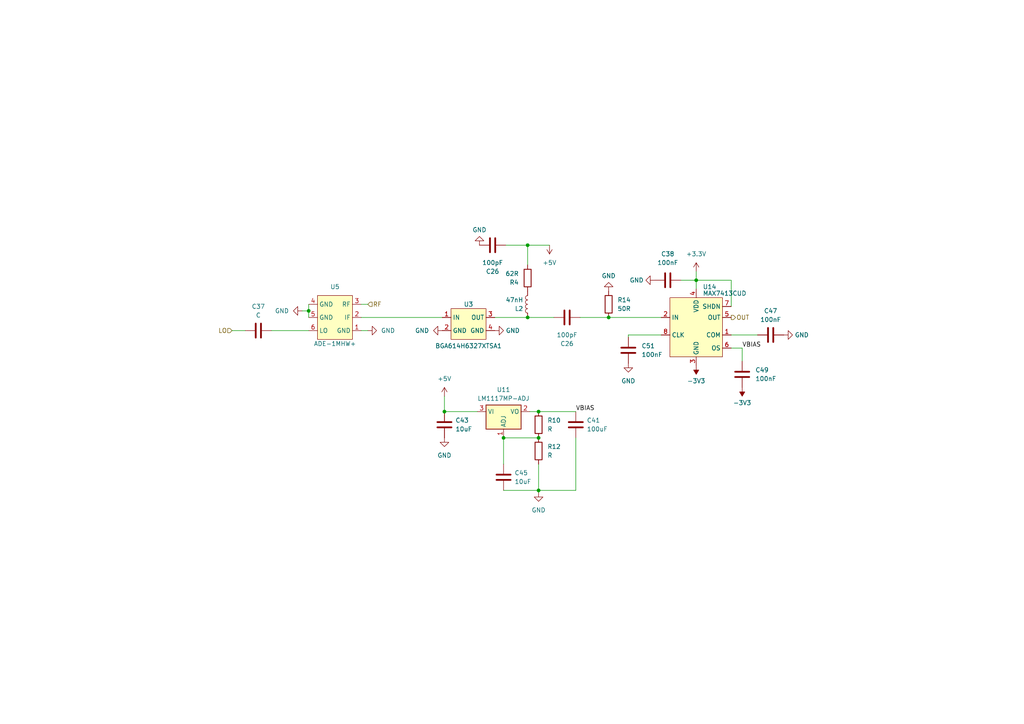
<source format=kicad_sch>
(kicad_sch (version 20230121) (generator eeschema)
  (paper "A4")
  (lib_symbols
    (symbol "ADE-1MHW+:ADE-1MHW+"
      (property "Reference" "U" (at 0 10.16 0))
      (property "Value" "ADE-1MHW+" (at 0 7.62 0))
      (symbol "ADE-1MHW+_1_1"
        (rectangle (start -5.08 6.35) (end 5.08 -6.35) (fill (type background)))
        (pin power_in line (at -7.62 3.81 0) (length 2.54) (name "GND") (number "1"))
        (pin input line (at -7.62 0 0) (length 2.54) (name "IF") (number "2"))
        (pin input line (at -7.62 -3.81 0) (length 2.54) (name "RF") (number "3"))
        (pin power_in line (at 7.62 -3.81 180) (length 2.54) (name "GND") (number "4"))
        (pin power_in line (at 7.62 0 180) (length 2.54) (name "GND") (number "5"))
        (pin input line (at 7.62 3.81 180) (length 2.54) (name "LO") (number "6"))
      )
    )
    (symbol "BGA614H6327XTSA1:BGA614H6327XTSA1"
      (property "Reference" "U" (at 0 7.62 0))
      (property "Value" "BGA614H6327XTSA1" (at 0 5.08 0))
      (symbol "BGA614H6327XTSA1_1_1"
        (rectangle (start -5.08 3.81) (end 5.08 -5.08) (fill (type background)))
        (pin input line (at -7.62 1.27 0) (length 2.54) (name "IN") (number "1"))
        (pin power_in line (at -7.62 -2.54 0) (length 2.54) (name "GND") (number "2"))
        (pin output line (at 7.62 1.27 180) (length 2.54) (name "OUT") (number "3"))
        (pin power_in line (at 7.62 -2.54 180) (length 2.54) (name "GND") (number "4"))
      )
    )
    (symbol "Device:C" (pin_numbers hide) (pin_names (offset 0.254))
      (property "Reference" "C" (at 0.635 2.54 0))
      (property "Value" "C" (at 0.635 -2.54 0))
      (symbol "C_0_1"
        (polyline (pts (xy -2.032 -0.762) (xy 2.032 -0.762)) (stroke (width 0.508)))
        (polyline (pts (xy -2.032 0.762) (xy 2.032 0.762)) (stroke (width 0.508)))
      )
      (symbol "C_1_1"
        (pin passive line (at 0 3.81 270) (length 2.794) (name "~") (number "1"))
        (pin passive line (at 0 -3.81 90) (length 2.794) (name "~") (number "2"))
      )
    )
    (symbol "Device:L" (pin_numbers hide) (pin_names (offset 1.016) hide)
      (property "Reference" "L" (at -1.27 0 90))
      (property "Value" "L" (at 1.905 0 90))
      (symbol "L_0_1"
        (arc (start 0 -2.54) (mid 0.6323 -1.905) (end 0 -1.27))
        (arc (start 0 -1.27) (mid 0.6323 -0.635) (end 0 0))
        (arc (start 0 0) (mid 0.6323 0.635) (end 0 1.27))
        (arc (start 0 1.27) (mid 0.6323 1.905) (end 0 2.54))
      )
      (symbol "L_1_1"
        (pin passive line (at 0 3.81 270) (length 1.27) (name "1") (number "1"))
        (pin passive line (at 0 -3.81 90) (length 1.27) (name "2") (number "2"))
      )
    )
    (symbol "Device:R" (pin_numbers hide) (pin_names (offset 0))
      (property "Reference" "R" (at 2.032 0 90))
      (property "Value" "R" (at 0 0 90))
      (symbol "R_0_1"
        (rectangle (start -1.016 -2.54) (end 1.016 2.54) (stroke (width 0.254)))
      )
      (symbol "R_1_1"
        (pin passive line (at 0 3.81 270) (length 1.27) (name "~") (number "1"))
        (pin passive line (at 0 -3.81 90) (length 1.27) (name "~") (number "2"))
      )
    )
    (symbol "MAX7413:MAX7413CUA+-ND"
      (property "Reference" "U" (at -7.62 11.43 0))
      (property "Value" "MAX7413CUD" (at -8.255 9.525 0))
      (symbol "MAX7413CUA+-ND_1_1"
        (rectangle (start -7.62 8.255) (end 7.62 -8.89) (fill (type background)))
        (pin passive line (at 10.16 -2.54 180) (length 2.54) (name "COM") (number "1"))
        (pin input line (at -10.16 2.54 0) (length 2.54) (name "IN") (number "2"))
        (pin power_in line (at 0 -11.43 90) (length 2.54) (name "GND") (number "3"))
        (pin power_in line (at 0 10.795 270) (length 2.54) (name "VDD") (number "4"))
        (pin output line (at 10.16 2.54 180) (length 2.54) (name "OUT") (number "5"))
        (pin passive line (at 10.16 -6.35 180) (length 2.54) (name "OS") (number "6"))
        (pin power_in line (at 10.16 5.715 180) (length 2.54) (name "SHDN") (number "7"))
        (pin input line (at -10.16 -2.54 0) (length 2.54) (name "CLK") (number "8"))
      )
    )
    (symbol "Regulator_Linear:LM1117MP-ADJ"
      (property "Reference" "U" (at -3.81 3.175 0))
      (property "Value" "LM1117MP-ADJ" (at 0 3.175 0))
      (symbol "LM1117MP-ADJ_0_1"
        (rectangle (start -5.08 -5.08) (end 5.08 1.905) (stroke (width 0.254)) (fill (type background)))
      )
      (symbol "LM1117MP-ADJ_1_1"
        (pin input line (at 0 -7.62 90) (length 2.54) (name "ADJ") (number "1"))
        (pin power_out line (at 7.62 0 180) (length 2.54) (name "VO") (number "2"))
        (pin power_in line (at -7.62 0 0) (length 2.54) (name "VI") (number "3"))
      )
    )
    (symbol "power:+3.3V" (power) (pin_names (offset 0))
      (property "Value" "+3.3V" (at 0 3.556 0))
      (symbol "+3.3V_0_1"
        (polyline (pts (xy -0.762 1.27) (xy 0 2.54)))
        (polyline (pts (xy 0 0) (xy 0 2.54)))
        (polyline (pts (xy 0 2.54) (xy 0.762 1.27)))
      )
      (symbol "+3.3V_1_1"
        (pin power_in line (at 0 0 90) (length 0) hide (name "+3.3V") (number "1"))
      )
    )
    (symbol "power:+5V" (power) (pin_names (offset 0))
      (property "Value" "+5V" (at 0 3.556 0))
      (symbol "+5V_0_1"
        (polyline (pts (xy -0.762 1.27) (xy 0 2.54)))
        (polyline (pts (xy 0 0) (xy 0 2.54)))
        (polyline (pts (xy 0 2.54) (xy 0.762 1.27)))
      )
      (symbol "+5V_1_1"
        (pin power_in line (at 0 0 90) (length 0) hide (name "+5V") (number "1"))
      )
    )
    (symbol "power:-3V3" (power) (pin_names (offset 0))
      (property "Value" "-3V3" (at 0 3.81 0))
      (symbol "-3V3_0_0"
        (pin power_in line (at 0 0 90) (length 0) hide (name "-3V3") (number "1"))
      )
      (symbol "-3V3_0_1"
        (polyline (pts (xy 0 0) (xy 0 1.27) (xy 0.762 1.27) (xy 0 2.54) (xy -0.762 1.27) (xy 0 1.27)) (fill (type outline)))
      )
    )
    (symbol "power:GND" (power) (pin_names (offset 0))
      (property "Value" "GND" (at 0 -3.81 0))
      (symbol "GND_0_1"
        (polyline (pts (xy 0 0) (xy 0 -1.27) (xy 1.27 -1.27) (xy 0 -2.54) (xy -1.27 -1.27) (xy 0 -1.27)))
      )
      (symbol "GND_1_1"
        (pin power_in line (at 0 0 270) (length 0) hide (name "GND") (number "1"))
      )
    )
  )
  (junction (at 156.21 119.38))
  (junction (at 153.035 71.12))
  (junction (at 89.535 90.17))
  (junction (at 128.905 119.38))
  (junction (at 156.21 127))
  (junction (at 146.05 127))
  (junction (at 156.21 142.24))
  (junction (at 201.93 81.28))
  (junction (at 176.53 92.075))
  (junction (at 153.035 92.075))
  (wire (pts (xy 153.035 71.12) (xy 146.685 71.12)))
  (wire (pts (xy 153.035 92.075) (xy 160.655 92.075)))
  (wire (pts (xy 104.775 95.885) (xy 106.68 95.885)))
  (wire (pts (xy 67.31 95.885) (xy 71.12 95.885)))
  (wire (pts (xy 212.09 97.155) (xy 219.71 97.155)))
  (wire (pts (xy 146.05 127) (xy 156.21 127)))
  (wire (pts (xy 146.05 127) (xy 146.05 134.62)))
  (wire (pts (xy 191.77 97.155) (xy 182.245 97.155)))
  (wire (pts (xy 153.67 119.38) (xy 156.21 119.38)))
  (wire (pts (xy 212.09 88.9) (xy 212.09 81.28)))
  (wire (pts (xy 128.905 119.38) (xy 138.43 119.38)))
  (wire (pts (xy 153.035 76.835) (xy 153.035 71.12)))
  (wire (pts (xy 201.93 78.74) (xy 201.93 81.28)))
  (wire (pts (xy 156.21 142.24) (xy 156.21 142.875)))
  (wire (pts (xy 212.09 81.28) (xy 201.93 81.28)))
  (wire (pts (xy 159.385 71.12) (xy 153.035 71.12)))
  (wire (pts (xy 78.74 95.885) (xy 89.535 95.885)))
  (wire (pts (xy 156.21 119.38) (xy 167.005 119.38)))
  (wire (pts (xy 182.245 97.155) (xy 182.245 97.79)))
  (wire (pts (xy 146.05 142.24) (xy 156.21 142.24)))
  (wire (pts (xy 156.21 134.62) (xy 156.21 142.24)))
  (wire (pts (xy 215.265 100.965) (xy 215.265 104.775)))
  (wire (pts (xy 212.09 100.965) (xy 215.265 100.965)))
  (wire (pts (xy 128.905 114.935) (xy 128.905 119.38)))
  (wire (pts (xy 89.535 90.17) (xy 89.535 92.075)))
  (wire (pts (xy 89.535 88.265) (xy 89.535 90.17)))
  (wire (pts (xy 201.93 81.28) (xy 201.93 83.82)))
  (wire (pts (xy 176.53 92.075) (xy 191.77 92.075)))
  (wire (pts (xy 104.775 88.265) (xy 106.68 88.265)))
  (wire (pts (xy 104.775 92.075) (xy 128.27 92.075)))
  (wire (pts (xy 167.005 142.24) (xy 156.21 142.24)))
  (wire (pts (xy 168.275 92.075) (xy 176.53 92.075)))
  (wire (pts (xy 87.63 90.17) (xy 89.535 90.17)))
  (wire (pts (xy 153.035 92.075) (xy 143.51 92.075)))
  (wire (pts (xy 167.005 127) (xy 167.005 142.24)))
  (wire (pts (xy 197.485 81.28) (xy 201.93 81.28)))
  (label "VBIAS" (at 167.005 119.38 0))
  (label "VBIAS" (at 215.265 100.965 0))
  (hierarchical_label "RF" (shape input) (at 106.68 88.265 0))
  (hierarchical_label "OUT" (shape output) (at 212.09 92.075 0))
  (hierarchical_label "LO" (shape input) (at 67.31 95.885 180))
  (symbol (lib_id "Device:C") (at 142.875 71.12 270) (unit 1)
    (property "Reference" "C26" (at 142.875 78.74 90))
    (property "Value" "100pF" (at 142.875 76.2 90))
    (instances (project "analog_frontend" (path "" (reference "C26") (unit 1)) (path "" (reference "C30") (unit 1)) (path "" (reference "C40") (unit 1))))
  )
  (symbol (lib_id "MAX7413:MAX7413CUA+-ND") (at 201.93 94.615 0) (unit 1)
    (property "Reference" "U14" (at 203.835 83.185 0) (effects (justify left)))
    (property "Value" "MAX7413CUD" (at 203.835 85.09 0) (effects (justify left)))
    (instances (project "analog_frontend" (path "" (reference "U14") (unit 1)) (path "" (reference "U15") (unit 1))))
  )
  (symbol (lib_id "Device:C") (at 128.905 123.19 0) (unit 1)
    (property "Reference" "C43" (at 132.08 121.92 0) (effects (justify left)))
    (property "Value" "10uF" (at 132.08 124.46 0) (effects (justify left)))
    (instances (project "analog_frontend" (path "" (reference "C43") (unit 1)) (path "" (reference "C42") (unit 1))))
  )
  (symbol (lib_id "power:+5V") (at 128.905 114.935 0) (unit 1)
    (property "Reference" "#PWR028" (effects hide))
    (property "Value" "+5V" (at 128.905 109.855 0))
    (instances (project "analog_frontend" (path "" (reference "#PWR028") (unit 1)) (path "" (reference "#PWR041") (unit 1)) (path "" (reference "#PWR071") (unit 1)) (path "" (reference "#PWR072") (unit 1))))
  )
  (symbol (lib_id "power:+5V") (at 159.385 71.12 180) (unit 1)
    (property "Reference" "#PWR028" (effects hide))
    (property "Value" "+5V" (at 159.385 76.2 0))
    (instances (project "analog_frontend" (path "" (reference "#PWR028") (unit 1)) (path "" (reference "#PWR041") (unit 1)) (path "" (reference "#PWR045") (unit 1)) (path "" (reference "#PWR055") (unit 1))))
  )
  (symbol (lib_id "Device:C") (at 74.93 95.885 90) (unit 1)
    (property "Reference" "C37" (at 74.93 88.9 90))
    (property "Value" "C" (at 74.93 91.44 90))
    (instances (project "analog_frontend" (path "" (reference "C37") (unit 1)) (path "" (reference "C36") (unit 1))))
  )
  (symbol (lib_id "power:GND") (at 227.33 97.155 90) (unit 1)
    (property "Reference" "#PWR05" (effects hide))
    (property "Value" "GND" (at 230.505 97.155 90) (effects (justify right)))
    (instances (project "analog_frontend" (path "" (reference "#PWR05") (unit 1)) (path "" (reference "#PWR048") (unit 1)) (path "" (reference "#PWR056") (unit 1)) (path "" (reference "#PWR048") (unit 1))))
  )
  (symbol (lib_id "power:GND") (at 139.065 71.12 180) (unit 1)
    (property "Reference" "#PWR011" (effects hide))
    (property "Value" "GND" (at 139.065 66.675 0))
    (instances (project "analog_frontend" (path "" (reference "#PWR011") (unit 1)) (path "" (reference "#PWR043") (unit 1)) (path "" (reference "#PWR050") (unit 1)) (path "" (reference "#PWR065") (unit 1))))
  )
  (symbol (lib_id "Device:C") (at 182.245 101.6 180) (unit 1)
    (property "Reference" "C51" (at 186.055 100.33 0) (effects (justify right)))
    (property "Value" "100nF" (at 186.055 102.87 0) (effects (justify right)))
    (instances (project "analog_frontend" (path "" (reference "C51") (unit 1)) (path "" (reference "C50") (unit 1))))
  )
  (symbol (lib_id "Device:R") (at 156.21 130.81 0) (unit 1)
    (property "Reference" "R12" (at 158.75 129.54 0) (effects (justify left)))
    (property "Value" "R" (at 158.75 132.08 0) (effects (justify left)))
    (instances (project "analog_frontend" (path "" (reference "R12") (unit 1)) (path "" (reference "R11") (unit 1))))
  )
  (symbol (lib_id "Device:R") (at 156.21 123.19 0) (unit 1)
    (property "Reference" "R10" (at 158.75 121.92 0) (effects (justify left)))
    (property "Value" "R" (at 158.75 124.46 0) (effects (justify left)))
    (instances (project "analog_frontend" (path "" (reference "R10") (unit 1)) (path "" (reference "R9") (unit 1))))
  )
  (symbol (lib_id "Device:C") (at 167.005 123.19 0) (unit 1)
    (property "Reference" "C41" (at 170.18 121.92 0) (effects (justify left)))
    (property "Value" "100uF" (at 170.18 124.46 0) (effects (justify left)))
    (instances (project "analog_frontend" (path "" (reference "C41") (unit 1)) (path "" (reference "C35") (unit 1))))
  )
  (symbol (lib_id "Device:R") (at 153.035 80.645 180) (unit 1)
    (property "Reference" "R4" (at 150.495 81.915 0) (effects (justify left)))
    (property "Value" "62R" (at 150.495 79.375 0) (effects (justify left)))
    (instances (project "analog_frontend" (path "" (reference "R4") (unit 1)) (path "" (reference "R7") (unit 1)) (path "" (reference "R8") (unit 1))))
  )
  (symbol (lib_id "Device:C") (at 223.52 97.155 90) (unit 1)
    (property "Reference" "C47" (at 223.52 90.17 90))
    (property "Value" "100nF" (at 223.52 92.71 90))
    (instances (project "analog_frontend" (path "" (reference "C47") (unit 1)) (path "" (reference "C46") (unit 1))))
  )
  (symbol (lib_id "power:GND") (at 106.68 95.885 90) (unit 1)
    (property "Reference" "#PWR08" (effects hide))
    (property "Value" "GND" (at 110.49 95.885 90) (effects (justify right)))
    (instances (project "analog_frontend" (path "" (reference "#PWR08") (unit 1)) (path "" (reference "#PWR06") (unit 1)) (path "" (reference "#PWR06") (unit 1)) (path "" (reference "#PWR053") (unit 1))))
  )
  (symbol (lib_id "Device:C") (at 146.05 138.43 0) (unit 1)
    (property "Reference" "C45" (at 149.225 137.16 0) (effects (justify left)))
    (property "Value" "10uF" (at 149.225 139.7 0) (effects (justify left)))
    (instances (project "analog_frontend" (path "" (reference "C45") (unit 1)) (path "" (reference "C44") (unit 1))))
  )
  (symbol (lib_id "Regulator_Linear:LM1117MP-ADJ") (at 146.05 119.38 0) (unit 1)
    (property "Reference" "U11" (at 146.05 113.03 0))
    (property "Value" "LM1117MP-ADJ" (at 146.05 115.57 0))
    (property "Footprint" "Package_TO_SOT_SMD:SOT-223-3_TabPin2" (effects hide))
    (property "Datasheet" "http://www.ti.com/lit/ds/symlink/lm1117.pdf" (effects hide))
    (instances (project "analog_frontend" (path "" (reference "U11") (unit 1)) (path "" (reference "U10") (unit 1))))
  )
  (symbol (lib_id "Device:R") (at 176.53 88.265 0) (unit 1)
    (property "Reference" "R14" (at 179.07 86.995 0) (effects (justify left)))
    (property "Value" "50R" (at 179.07 89.535 0) (effects (justify left)))
    (instances (project "analog_frontend" (path "" (reference "R14") (unit 1)) (path "" (reference "R13") (unit 1))))
  )
  (symbol (lib_id "power:GND") (at 182.245 105.41 0) (unit 1)
    (property "Reference" "#PWR05" (effects hide))
    (property "Value" "GND" (at 182.245 110.49 0))
    (instances (project "analog_frontend" (path "" (reference "#PWR05") (unit 1)) (path "" (reference "#PWR048") (unit 1)) (path "" (reference "#PWR080") (unit 1)) (path "" (reference "#PWR079") (unit 1))))
  )
  (symbol (lib_id "Device:C") (at 193.675 81.28 90) (unit 1)
    (property "Reference" "C38" (at 193.675 73.66 90))
    (property "Value" "100nF" (at 193.675 76.2 90))
    (instances (project "analog_frontend" (path "" (reference "C38") (unit 1)) (path "" (reference "C39") (unit 1))))
  )
  (symbol (lib_id "power:GND") (at 128.905 127 0) (unit 1)
    (property "Reference" "#PWR06" (effects hide))
    (property "Value" "GND" (at 128.905 132.08 0))
    (instances (project "analog_frontend" (path "" (reference "#PWR06") (unit 1)) (path "" (reference "#PWR042") (unit 1)) (path "" (reference "#PWR073") (unit 1)) (path "" (reference "#PWR074") (unit 1))))
  )
  (symbol (lib_id "power:-3V3") (at 201.93 106.045 180) (unit 1)
    (property "Reference" "#PWR068" (effects hide))
    (property "Value" "-3V3" (at 201.93 110.49 0))
    (instances (project "analog_frontend" (path "" (reference "#PWR068") (unit 1)) (path "" (reference "#PWR067") (unit 1))))
  )
  (symbol (lib_id "power:GND") (at 176.53 84.455 180) (unit 1)
    (property "Reference" "#PWR05" (effects hide))
    (property "Value" "GND" (at 176.53 80.01 0))
    (instances (project "analog_frontend" (path "" (reference "#PWR05") (unit 1)) (path "" (reference "#PWR048") (unit 1)) (path "" (reference "#PWR078") (unit 1)) (path "" (reference "#PWR077") (unit 1))))
  )
  (symbol (lib_id "BGA614H6327XTSA1:BGA614H6327XTSA1") (at 135.89 93.345 0) (unit 1)
    (property "Reference" "U3" (at 135.89 88.265 0))
    (property "Value" "BGA614H6327XTSA1" (at 135.89 100.33 0))
    (instances (project "analog_frontend" (path "" (reference "U3") (unit 1)) (path "" (reference "U5") (unit 1)) (path "" (reference "U8") (unit 1)) (path "" (reference "U9") (unit 1))))
  )
  (symbol (lib_id "Device:C") (at 215.265 108.585 180) (unit 1)
    (property "Reference" "C49" (at 219.075 107.315 0) (effects (justify right)))
    (property "Value" "100nF" (at 219.075 109.855 0) (effects (justify right)))
    (instances (project "analog_frontend" (path "" (reference "C49") (unit 1)) (path "" (reference "C48") (unit 1))))
  )
  (symbol (lib_id "power:+3.3V") (at 201.93 78.74 0) (unit 1)
    (property "Reference" "#PWR070" (effects hide))
    (property "Value" "+3.3V" (at 201.93 73.66 0))
    (instances (project "analog_frontend" (path "" (reference "#PWR070") (unit 1)) (path "" (reference "#PWR069") (unit 1))))
  )
  (symbol (lib_id "power:GND") (at 189.865 81.28 270) (unit 1)
    (property "Reference" "#PWR05" (effects hide))
    (property "Value" "GND" (at 186.69 81.28 90) (effects (justify right)))
    (instances (project "analog_frontend" (path "" (reference "#PWR05") (unit 1)) (path "" (reference "#PWR048") (unit 1)) (path "" (reference "#PWR059") (unit 1)) (path "" (reference "#PWR052") (unit 1))))
  )
  (symbol (lib_id "power:GND") (at 128.27 95.885 270) (unit 1)
    (property "Reference" "#PWR06" (effects hide))
    (property "Value" "GND" (at 124.46 95.885 90) (effects (justify right)))
    (instances (project "analog_frontend" (path "" (reference "#PWR06") (unit 1)) (path "" (reference "#PWR010") (unit 1)) (path "" (reference "#PWR054") (unit 1)) (path "" (reference "#PWR066") (unit 1))))
  )
  (symbol (lib_id "power:GND") (at 143.51 95.885 90) (unit 1)
    (property "Reference" "#PWR06" (effects hide))
    (property "Value" "GND" (at 146.685 95.885 90) (effects (justify right)))
    (instances (project "analog_frontend" (path "" (reference "#PWR06") (unit 1)) (path "" (reference "#PWR042") (unit 1)) (path "" (reference "#PWR046") (unit 1)) (path "" (reference "#PWR057") (unit 1))))
  )
  (symbol (lib_id "Device:C") (at 164.465 92.075 270) (unit 1)
    (property "Reference" "C26" (at 164.465 99.695 90))
    (property "Value" "100pF" (at 164.465 97.155 90))
    (instances (project "analog_frontend" (path "" (reference "C26") (unit 1)) (path "" (reference "C29") (unit 1)) (path "" (reference "C34") (unit 1))))
  )
  (symbol (lib_id "power:GND") (at 156.21 142.875 0) (unit 1)
    (property "Reference" "#PWR06" (effects hide))
    (property "Value" "GND" (at 156.21 147.955 0))
    (instances (project "analog_frontend" (path "" (reference "#PWR06") (unit 1)) (path "" (reference "#PWR010") (unit 1)) (path "" (reference "#PWR051") (unit 1)) (path "" (reference "#PWR058") (unit 1))))
  )
  (symbol (lib_id "power:-3V3") (at 215.265 112.395 180) (unit 1)
    (property "Reference" "#PWR076" (effects hide))
    (property "Value" "-3V3" (at 215.265 116.84 0))
    (instances (project "analog_frontend" (path "" (reference "#PWR076") (unit 1)) (path "" (reference "#PWR075") (unit 1))))
  )
  (symbol (lib_id "Device:L") (at 153.035 88.265 180) (unit 1)
    (property "Reference" "L2" (at 151.765 89.535 0) (effects (justify left)))
    (property "Value" "47nH" (at 151.765 86.995 0) (effects (justify left)))
    (instances (project "analog_frontend" (path "" (reference "L2") (unit 1)) (path "" (reference "L3") (unit 1)) (path "" (reference "L4") (unit 1))))
  )
  (symbol (lib_id "power:GND") (at 87.63 90.17 270) (unit 1)
    (property "Reference" "#PWR07" (effects hide))
    (property "Value" "GND" (at 83.82 90.17 90) (effects (justify right)))
    (instances (project "analog_frontend" (path "" (reference "#PWR07") (unit 1)) (path "" (reference "#PWR04") (unit 1)) (path "" (reference "#PWR04") (unit 1)) (path "" (reference "#PWR047") (unit 1))))
  )
  (symbol (lib_id "ADE-1MHW+:ADE-1MHW+") (at 97.155 92.075 180) (unit 1)
    (property "Reference" "U5" (at 97.155 83.185 0))
    (property "Value" "ADE-1MHW+" (at 97.155 99.695 0))
    (instances (project "analog_frontend" (path "" (reference "U5") (unit 1)) (path "" (reference "U2") (unit 1)) (path "" (reference "U2") (unit 1)) (path "" (reference "U6") (unit 1))))
  )
)
</source>
